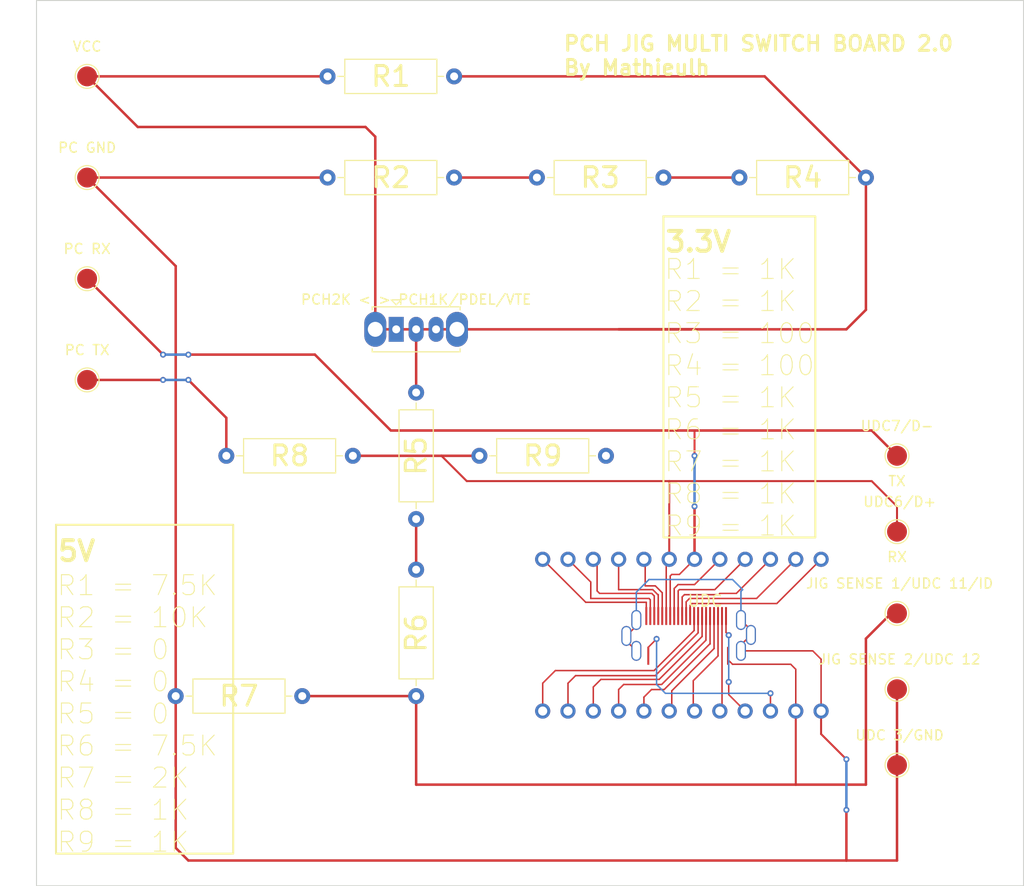
<source format=kicad_pcb>
(kicad_pcb (version 20221018) (generator pcbnew)
  (layers (0 "F.Cu" signal) (31 "B.Cu" signal) (34 "B.Paste" user) (35 "F.Paste" user) (36 "B.SilkS" user "B.Silkscreen") (37 "F.SilkS" user "F.Silkscreen") (38 "B.Mask" user) (39 "F.Mask" user) (44 "Edge.Cuts" user))
  (net 0 "")
  (footprint "TestPoint:TestPoint_Pad_D2.0mm" (layer "F.Cu") (at 36.14 57.84)
    (fp_text reference "PC RX" (at 0 -2.998) (layer "F.SilkS"))
    (fp_text value "TestPoint_Pad_D2.0mm")
    (fp_circle (center 0 0) (end 0 1.2) (stroke (width 0.12)) (fill none) (layer "F.SilkS"))
    (pad "3" smd circle (at 0 0) (size 2 2) (layers "F.Cu" "F.Mask"))
  )
  (footprint "Resistor_THT:R_Axial_DIN0309_L9.0mm_D3.2mm_P12.70mm_Horizontal" (layer "F.Cu") (at 81.28 47.68)
    (fp_text reference "R3" (at 6.35 0) (layer "F.SilkS") (effects (font (size 2 2) (thickness 0.3))))
    (fp_text value "R_Axial_DIN0309_L9.0mm_D3.2mm_P12.70mm_Horizontal")
    (fp_line (start 1.04 0) (end 1.73 0) (stroke (width 0.12)) (layer "F.SilkS"))
    (fp_line (start 1.73 -1.72) (end 1.73 1.72) (stroke (width 0.12)) (layer "F.SilkS"))
    (fp_line (start 1.73 1.72) (end 10.97 1.72) (stroke (width 0.12)) (layer "F.SilkS"))
    (fp_line (start 10.97 -1.72) (end 1.73 -1.72) (stroke (width 0.12)) (layer "F.SilkS"))
    (fp_line (start 10.97 1.72) (end 10.97 -1.72) (stroke (width 0.12)) (layer "F.SilkS"))
    (fp_line (start 11.66 0) (end 10.97 0) (stroke (width 0.12)) (layer "F.SilkS"))
    (pad "1" thru_hole circle (at 0 0) (size 1.6 1.6) (drill 0.8) (layers "*.Cu" "*.Mask"))
    (pad "2" thru_hole oval (at 12.7 0) (size 1.6 1.6) (drill 0.8) (layers "*.Cu" "*.Mask"))
  )
  (footprint "TestPoint:TestPoint_Pad_D2.0mm" (layer "F.Cu") (at 117.42 106.68)
    (fp_text reference "UDC 3/GND" (at 0.26 -2.998) (layer "F.SilkS"))
    (fp_text value "TestPoint_Pad_D2.0mm")
    (fp_circle (center 0 0) (end 0 1.2) (stroke (width 0.12)) (fill none) (layer "F.SilkS"))
    (pad "9" smd circle (at 0 0) (size 2 2) (layers "F.Cu" "F.Mask"))
  )
  (footprint "Resistor_THT:R_Axial_DIN0309_L9.0mm_D3.2mm_P12.70mm_Horizontal" (layer "F.Cu") (at 69.16 81.97 90)
    (fp_text reference "R5" (at 6.35 0 90) (layer "F.SilkS") (effects (font (size 2 2) (thickness 0.3))))
    (fp_text value "R_Axial_DIN0309_L9.0mm_D3.2mm_P12.70mm_Horizontal")
    (fp_line (start 1.04 0) (end 1.73 0) (stroke (width 0.12)) (layer "F.SilkS"))
    (fp_line (start 1.73 -1.72) (end 1.73 1.72) (stroke (width 0.12)) (layer "F.SilkS"))
    (fp_line (start 1.73 1.72) (end 10.97 1.72) (stroke (width 0.12)) (layer "F.SilkS"))
    (fp_line (start 10.97 -1.72) (end 1.73 -1.72) (stroke (width 0.12)) (layer "F.SilkS"))
    (fp_line (start 10.97 1.72) (end 10.97 -1.72) (stroke (width 0.12)) (layer "F.SilkS"))
    (fp_line (start 11.66 0) (end 10.97 0) (stroke (width 0.12)) (layer "F.SilkS"))
    (pad "1" thru_hole circle (at 0 0 90) (size 1.6 1.6) (drill 0.8) (layers "*.Cu" "*.Mask"))
    (pad "2" thru_hole oval (at 12.7 0 90) (size 1.6 1.6) (drill 0.8) (layers "*.Cu" "*.Mask"))
  )
  (footprint "TestPoint:TestPoint_Pad_D2.0mm" (layer "F.Cu") (at 36.14 68)
    (fp_text reference "PC TX" (at 0 -2.998) (layer "F.SilkS"))
    (fp_text value "TestPoint_Pad_D2.0mm")
    (fp_circle (center 0 0) (end 0 1.2) (stroke (width 0.12)) (fill none) (layer "F.SilkS"))
    (pad "4" smd circle (at 0 0) (size 2 2) (layers "F.Cu" "F.Mask"))
  )
  (footprint "Resistor_THT:R_Axial_DIN0309_L9.0mm_D3.2mm_P12.70mm_Horizontal" (layer "F.Cu") (at 45.03 99.75)
    (fp_text reference "R7" (at 6.35 0) (layer "F.SilkS") (effects (font (size 2 2) (thickness 0.3))))
    (fp_text value "R_Axial_DIN0309_L9.0mm_D3.2mm_P12.70mm_Horizontal")
    (fp_line (start 1.04 0) (end 1.73 0) (stroke (width 0.12)) (layer "F.SilkS"))
    (fp_line (start 1.73 -1.72) (end 1.73 1.72) (stroke (width 0.12)) (layer "F.SilkS"))
    (fp_line (start 1.73 1.72) (end 10.97 1.72) (stroke (width 0.12)) (layer "F.SilkS"))
    (fp_line (start 10.97 -1.72) (end 1.73 -1.72) (stroke (width 0.12)) (layer "F.SilkS"))
    (fp_line (start 10.97 1.72) (end 10.97 -1.72) (stroke (width 0.12)) (layer "F.SilkS"))
    (fp_line (start 11.66 0) (end 10.97 0) (stroke (width 0.12)) (layer "F.SilkS"))
    (pad "1" thru_hole circle (at 0 0) (size 1.6 1.6) (drill 0.8) (layers "*.Cu" "*.Mask"))
    (pad "2" thru_hole oval (at 12.7 0) (size 1.6 1.6) (drill 0.8) (layers "*.Cu" "*.Mask"))
  )
  (footprint "Resistor_THT:R_Axial_DIN0309_L9.0mm_D3.2mm_P12.70mm_Horizontal" (layer "F.Cu") (at 75.51 75.62)
    (fp_text reference "R9" (at 6.35 0) (layer "F.SilkS") (effects (font (size 2 2) (thickness 0.3))))
    (fp_text value "R_Axial_DIN0309_L9.0mm_D3.2mm_P12.70mm_Horizontal")
    (fp_line (start 1.04 0) (end 1.73 0) (stroke (width 0.12)) (layer "F.SilkS"))
    (fp_line (start 1.73 -1.72) (end 1.73 1.72) (stroke (width 0.12)) (layer "F.SilkS"))
    (fp_line (start 1.73 1.72) (end 10.97 1.72) (stroke (width 0.12)) (layer "F.SilkS"))
    (fp_line (start 10.97 -1.72) (end 1.73 -1.72) (stroke (width 0.12)) (layer "F.SilkS"))
    (fp_line (start 10.97 1.72) (end 10.97 -1.72) (stroke (width 0.12)) (layer "F.SilkS"))
    (fp_line (start 11.66 0) (end 10.97 0) (stroke (width 0.12)) (layer "F.SilkS"))
    (pad "1" thru_hole circle (at 0 0) (size 1.6 1.6) (drill 0.8) (layers "*.Cu" "*.Mask"))
    (pad "2" thru_hole oval (at 12.7 0) (size 1.6 1.6) (drill 0.8) (layers "*.Cu" "*.Mask"))
  )
  (footprint "easyeda:12PAD" (layer "F.Cu") (at 81.86 86.011)
    (fp_text reference "" (at 13.716 -1.27) (layer "F.SilkS") (effects (font (size 1.143 1.143) (thickness 0.152)) (justify left)))
    (fp_text value "12pad" hide)
    (pad "1" thru_hole circle (at 0 0) (size 1.524 1.524) (drill 0.914) (layers "*.Cu" "*.Paste" "*.Mask"))
    (pad "2" thru_hole circle (at 2.54 0) (size 1.524 1.524) (drill 0.914) (layers "*.Cu" "*.Paste" "*.Mask"))
    (pad "3" thru_hole circle (at 5.08 0) (size 1.524 1.524) (drill 0.914) (layers "*.Cu" "*.Paste" "*.Mask"))
    (pad "4" thru_hole circle (at 7.62 0) (size 1.524 1.524) (drill 0.914) (layers "*.Cu" "*.Paste" "*.Mask"))
    (pad "5" thru_hole circle (at 10.16 0) (size 1.524 1.524) (drill 0.914) (layers "*.Cu" "*.Paste" "*.Mask"))
    (pad "6" thru_hole circle (at 12.7 0) (size 1.524 1.524) (drill 0.914) (layers "*.Cu" "*.Paste" "*.Mask"))
    (pad "7" thru_hole circle (at 15.24 0) (size 1.524 1.524) (drill 0.914) (layers "*.Cu" "*.Paste" "*.Mask"))
    (pad "8" thru_hole circle (at 17.78 0) (size 1.524 1.524) (drill 0.914) (layers "*.Cu" "*.Paste" "*.Mask"))
    (pad "9" thru_hole circle (at 20.32 0) (size 1.524 1.524) (drill 0.914) (layers "*.Cu" "*.Paste" "*.Mask"))
    (pad "10" thru_hole circle (at 22.86 0) (size 1.524 1.524) (drill 0.914) (layers "*.Cu" "*.Paste" "*.Mask"))
    (pad "11" thru_hole circle (at 25.4 0) (size 1.524 1.524) (drill 0.914) (layers "*.Cu" "*.Paste" "*.Mask"))
    (pad "12" thru_hole circle (at 27.94 0) (size 1.524 1.524) (drill 0.914) (layers "*.Cu" "*.Paste" "*.Mask"))
  )
  (footprint "TestPoint:TestPoint_Pad_D2.0mm" (layer "F.Cu") (at 36.14 47.68)
    (fp_text reference "PC GND" (at 0 -2.998) (layer "F.SilkS"))
    (fp_text value "TestPoint_Pad_D2.0mm")
    (fp_circle (center 0 0) (end 0 1.2) (stroke (width 0.12)) (fill none) (layer "F.SilkS"))
    (pad "2" smd circle (at 0 0) (size 2 2) (layers "F.Cu" "F.Mask"))
  )
  (footprint "Button_Switch_THT:SW_Slide_1P2T_CK_OS102011MS2Q" (layer "F.Cu") (at 67.16 62.92)
    (fp_text reference "PCH2K < > PCH1K/PDEL/VTE" (at 2 -2.99) (layer "F.SilkS"))
    (fp_text value "SW_Slide_1P2T_CK_OS102011MS2Q")
    (fp_line (start -2.41 -2.26) (end 6.41 -2.26) (stroke (width 0.12)) (layer "F.SilkS"))
    (fp_line (start -2.41 -1.95) (end -2.41 -2.26) (stroke (width 0.12)) (layer "F.SilkS"))
    (fp_line (start -2.41 2.26) (end -2.41 1.95) (stroke (width 0.12)) (layer "F.SilkS"))
    (fp_line (start -0.5 -2.96) (end 0 -2.46) (stroke (width 0.12)) (layer "F.SilkS"))
    (fp_line (start 0 -2.46) (end 0.5 -2.96) (stroke (width 0.12)) (layer "F.SilkS"))
    (fp_line (start 0.5 -2.96) (end -0.5 -2.96) (stroke (width 0.12)) (layer "F.SilkS"))
    (fp_line (start 6.41 -2.26) (end 6.41 -1.95) (stroke (width 0.12)) (layer "F.SilkS"))
    (fp_line (start 6.41 2.26) (end -2.41 2.26) (stroke (width 0.12)) (layer "F.SilkS"))
    (fp_line (start 6.41 2.26) (end 6.41 1.95) (stroke (width 0.12)) (layer "F.SilkS"))
    (pad "" thru_hole oval (at -2.1 0) (size 2.2 3.5) (drill 1.5) (layers "*.Cu" "*.Mask"))
    (pad "" thru_hole oval (at 6.1 0) (size 2.2 3.5) (drill 1.5) (layers "*.Cu" "*.Mask"))
    (pad "1" thru_hole rect (at 0 0) (size 1.5 2.5) (drill 0.8) (layers "*.Cu" "*.Mask"))
    (pad "2" thru_hole oval (at 2 0) (size 1.5 2.5) (drill 0.8) (layers "*.Cu" "*.Mask"))
    (pad "3" thru_hole oval (at 4 0) (size 1.5 2.5) (drill 0.8) (layers "*.Cu" "*.Mask"))
  )
  (footprint "Resistor_THT:R_Axial_DIN0309_L9.0mm_D3.2mm_P12.70mm_Horizontal" (layer "F.Cu") (at 60.27 37.52)
    (fp_text reference "R1" (at 6.35 0) (layer "F.SilkS") (effects (font (size 2 2) (thickness 0.3))))
    (fp_text value "R_Axial_DIN0309_L9.0mm_D3.2mm_P12.70mm_Horizontal")
    (fp_line (start 1.04 0) (end 1.73 0) (stroke (width 0.12)) (layer "F.SilkS"))
    (fp_line (start 1.73 -1.72) (end 1.73 1.72) (stroke (width 0.12)) (layer "F.SilkS"))
    (fp_line (start 1.73 1.72) (end 10.97 1.72) (stroke (width 0.12)) (layer "F.SilkS"))
    (fp_line (start 10.97 -1.72) (end 1.73 -1.72) (stroke (width 0.12)) (layer "F.SilkS"))
    (fp_line (start 10.97 1.72) (end 10.97 -1.72) (stroke (width 0.12)) (layer "F.SilkS"))
    (fp_line (start 11.66 0) (end 10.97 0) (stroke (width 0.12)) (layer "F.SilkS"))
    (pad "1" thru_hole circle (at 0 0) (size 1.6 1.6) (drill 0.8) (layers "*.Cu" "*.Mask"))
    (pad "2" thru_hole oval (at 12.7 0) (size 1.6 1.6) (drill 0.8) (layers "*.Cu" "*.Mask"))
  )
  (footprint "Resistor_THT:R_Axial_DIN0309_L9.0mm_D3.2mm_P12.70mm_Horizontal" (layer "F.Cu") (at 60.27 47.68)
    (fp_text reference "R2" (at 6.35 0) (layer "F.SilkS") (effects (font (size 2 2) (thickness 0.3))))
    (fp_text value "R_Axial_DIN0309_L9.0mm_D3.2mm_P12.70mm_Horizontal")
    (fp_line (start 1.04 0) (end 1.73 0) (stroke (width 0.12)) (layer "F.SilkS"))
    (fp_line (start 1.73 -1.72) (end 1.73 1.72) (stroke (width 0.12)) (layer "F.SilkS"))
    (fp_line (start 1.73 1.72) (end 10.97 1.72) (stroke (width 0.12)) (layer "F.SilkS"))
    (fp_line (start 10.97 -1.72) (end 1.73 -1.72) (stroke (width 0.12)) (layer "F.SilkS"))
    (fp_line (start 10.97 1.72) (end 10.97 -1.72) (stroke (width 0.12)) (layer "F.SilkS"))
    (fp_line (start 11.66 0) (end 10.97 0) (stroke (width 0.12)) (layer "F.SilkS"))
    (pad "1" thru_hole circle (at 0 0) (size 1.6 1.6) (drill 0.8) (layers "*.Cu" "*.Mask"))
    (pad "2" thru_hole oval (at 12.7 0) (size 1.6 1.6) (drill 0.8) (layers "*.Cu" "*.Mask"))
  )
  (footprint "Resistor_THT:R_Axial_DIN0309_L9.0mm_D3.2mm_P12.70mm_Horizontal" (layer "F.Cu") (at 50.11 75.62)
    (fp_text reference "R8" (at 6.35 0) (layer "F.SilkS") (effects (font (size 2 2) (thickness 0.3))))
    (fp_text value "R_Axial_DIN0309_L9.0mm_D3.2mm_P12.70mm_Horizontal")
    (fp_line (start 1.04 0) (end 1.73 0) (stroke (width 0.12)) (layer "F.SilkS"))
    (fp_line (start 1.73 -1.72) (end 1.73 1.72) (stroke (width 0.12)) (layer "F.SilkS"))
    (fp_line (start 1.73 1.72) (end 10.97 1.72) (stroke (width 0.12)) (layer "F.SilkS"))
    (fp_line (start 10.97 -1.72) (end 1.73 -1.72) (stroke (width 0.12)) (layer "F.SilkS"))
    (fp_line (start 10.97 1.72) (end 10.97 -1.72) (stroke (width 0.12)) (layer "F.SilkS"))
    (fp_line (start 11.66 0) (end 10.97 0) (stroke (width 0.12)) (layer "F.SilkS"))
    (pad "1" thru_hole circle (at 0 0) (size 1.6 1.6) (drill 0.8) (layers "*.Cu" "*.Mask"))
    (pad "2" thru_hole oval (at 12.7 0) (size 1.6 1.6) (drill 0.8) (layers "*.Cu" "*.Mask"))
  )
  (footprint "TestPoint:TestPoint_Pad_D2.0mm" (layer "F.Cu") (at 117.42 75.62)
    (fp_text reference "UDC7/D-" (at 0 -2.998) (layer "F.SilkS"))
    (fp_text value "TestPoint_Pad_D2.0mm")
    (fp_circle (center 0 0) (end 0 1.2) (stroke (width 0.12)) (fill none) (layer "F.SilkS"))
    (pad "5" smd circle (at 0 0) (size 2 2) (layers "F.Cu" "F.Mask"))
  )
  (footprint "TestPoint:TestPoint_Pad_D2.0mm" (layer "F.Cu") (at 117.42 83.24)
    (fp_text reference "UDC6/D+" (at 0.26 -2.998) (layer "F.SilkS"))
    (fp_text value "TestPoint_Pad_D2.0mm")
    (fp_circle (center 0 0) (end 0 1.2) (stroke (width 0.12)) (fill none) (layer "F.SilkS"))
    (pad "6" smd circle (at 0 0) (size 2 2) (layers "F.Cu" "F.Mask"))
  )
  (footprint "easyeda:VITA_CONNECTOR" (layer "F.Cu") (at 91.258 92.107)
    (fp_text reference "UDC" (at 5.064 -1.924) (layer "F.SilkS") (effects (font (size 1.143 1.143) (thickness 0.152)) (justify left)))
    (fp_text value "Vita_Connector" hide)
    (pad "1" smd rect (at 1 -0.4) (size 0.2 1.8) (layers "F.Cu" "F.Paste" "F.Mask"))
    (pad "2" smd rect (at 1.4 -0.4) (size 0.2 1.8) (layers "F.Cu" "F.Paste" "F.Mask"))
    (pad "3" smd rect (at 1.8 -0.4) (size 0.2 1.8) (layers "F.Cu" "F.Paste" "F.Mask"))
    (pad "4" smd rect (at 2.2 -0.4) (size 0.2 1.8) (layers "F.Cu" "F.Paste" "F.Mask"))
    (pad "5" smd rect (at 2.6 -0.4) (size 0.2 1.8) (layers "F.Cu" "F.Paste" "F.Mask"))
    (pad "6" smd rect (at 3 -0.4) (size 0.2 1.8) (layers "F.Cu" "F.Paste" "F.Mask"))
    (pad "7" smd rect (at 3.4 -0.4) (size 0.2 1.8) (layers "F.Cu" "F.Paste" "F.Mask"))
    (pad "8" smd rect (at 3.8 -0.4) (size 0.2 1.8) (layers "F.Cu" "F.Paste" "F.Mask"))
    (pad "9" smd rect (at 4.2 -0.4) (size 0.2 1.8) (layers "F.Cu" "F.Paste" "F.Mask"))
    (pad "10" smd rect (at 4.6 -0.4) (size 0.2 1.8) (layers "F.Cu" "F.Paste" "F.Mask"))
    (pad "11" smd rect (at 5 -0.4) (size 0.2 1.8) (layers "F.Cu" "F.Paste" "F.Mask"))
    (pad "12" smd rect (at 5.4 -0.4) (size 0.2 1.8) (layers "F.Cu" "F.Paste" "F.Mask"))
    (pad "13" smd rect (at 5.8 -0.4) (size 0.2 1.8) (layers "F.Cu" "F.Paste" "F.Mask"))
    (pad "14" smd rect (at 6.2 -0.4) (size 0.2 1.8) (layers "F.Cu" "F.Paste" "F.Mask"))
    (pad "15" smd rect (at 6.6 -0.4) (size 0.2 1.8) (layers "F.Cu" "F.Paste" "F.Mask"))
    (pad "16" smd rect (at 7 -0.4) (size 0.2 1.8) (layers "F.Cu" "F.Paste" "F.Mask"))
    (pad "17" smd rect (at 7.4 -0.4) (size 0.2 1.8) (layers "F.Cu" "F.Paste" "F.Mask"))
    (pad "18" smd rect (at 7.8 -0.4) (size 0.2 1.8) (layers "F.Cu" "F.Paste" "F.Mask"))
    (pad "19" smd rect (at 8.2 -0.4) (size 0.2 1.8) (layers "F.Cu" "F.Paste" "F.Mask"))
    (pad "20" smd rect (at 8.6 -0.4) (size 0.2 1.8) (layers "F.Cu" "F.Paste" "F.Mask"))
    (pad "21" smd rect (at 9 -0.4) (size 0.2 1.8) (layers "F.Cu" "F.Paste" "F.Mask"))
    (pad "22" smd rect (at 1.2 3.6) (size 0.2 1.8) (layers "F.Cu" "F.Paste" "F.Mask"))
    (pad "23" smd rect (at 9.2 3.6) (size 0.2 1.8) (layers "F.Cu" "F.Paste" "F.Mask"))
    (pad "24" thru_hole oval (at 0 0) (size 1 2) (drill oval 0.75 1.75) (layers "*.Cu" "*.Paste" "*.Mask"))
    (pad "25" thru_hole oval (at 0 3.1) (size 1 2) (drill oval 0.75 1.75) (layers "*.Cu" "*.Paste" "*.Mask"))
    (pad "26" thru_hole oval (at -1 1.6) (size 1 2) (drill oval 0.75 1.75) (layers "*.Cu" "*.Paste" "*.Mask"))
    (pad "27" thru_hole oval (at 10.5 3.1) (size 1 2) (drill oval 0.75 1.75) (layers "*.Cu" "*.Paste" "*.Mask"))
    (pad "28" thru_hole oval (at 10.5 0) (size 1 2) (drill oval 0.75 1.75) (layers "*.Cu" "*.Paste" "*.Mask"))
    (pad "29" thru_hole oval (at 11.5 1.5) (size 1 2) (drill oval 0.75 1.75) (layers "*.Cu" "*.Paste" "*.Mask"))
  )
  (footprint "TestPoint:TestPoint_Pad_D2.0mm" (layer "F.Cu") (at 36.14 37.52)
    (fp_text reference "VCC" (at 0 -2.998) (layer "F.SilkS"))
    (fp_text value "TestPoint_Pad_D2.0mm")
    (fp_circle (center 0 0) (end 0 1.2) (stroke (width 0.12)) (fill none) (layer "F.SilkS"))
    (pad "1" smd circle (at 0 0) (size 2 2) (layers "F.Cu" "F.Mask"))
  )
  (footprint "Resistor_THT:R_Axial_DIN0309_L9.0mm_D3.2mm_P12.70mm_Horizontal" (layer "F.Cu") (at 101.6 47.68)
    (fp_text reference "R4" (at 6.35 0) (layer "F.SilkS") (effects (font (size 2 2) (thickness 0.3))))
    (fp_text value "R_Axial_DIN0309_L9.0mm_D3.2mm_P12.70mm_Horizontal")
    (fp_line (start 1.04 0) (end 1.73 0) (stroke (width 0.12)) (layer "F.SilkS"))
    (fp_line (start 1.73 -1.72) (end 1.73 1.72) (stroke (width 0.12)) (layer "F.SilkS"))
    (fp_line (start 1.73 1.72) (end 10.97 1.72) (stroke (width 0.12)) (layer "F.SilkS"))
    (fp_line (start 10.97 -1.72) (end 1.73 -1.72) (stroke (width 0.12)) (layer "F.SilkS"))
    (fp_line (start 10.97 1.72) (end 10.97 -1.72) (stroke (width 0.12)) (layer "F.SilkS"))
    (fp_line (start 11.66 0) (end 10.97 0) (stroke (width 0.12)) (layer "F.SilkS"))
    (pad "1" thru_hole circle (at 0 0) (size 1.6 1.6) (drill 0.8) (layers "*.Cu" "*.Mask"))
    (pad "2" thru_hole oval (at 12.7 0) (size 1.6 1.6) (drill 0.8) (layers "*.Cu" "*.Mask"))
  )
  (footprint "TestPoint:TestPoint_Pad_D2.0mm" (layer "F.Cu") (at 117.42 91.44)
    (fp_text reference "JIG SENSE 1/UDC 11/ID\n" (at 0.26 -2.998) (layer "F.SilkS"))
    (fp_text value "TestPoint_Pad_D2.0mm")
    (fp_circle (center 0 0) (end 0 1.2) (stroke (width 0.12)) (fill none) (layer "F.SilkS"))
    (pad "7" smd circle (at 0 0) (size 2 2) (layers "F.Cu" "F.Mask"))
  )
  (footprint "TestPoint:TestPoint_Pad_D2.0mm" (layer "F.Cu") (at 117.42 99.06)
    (fp_text reference "JIG SENSE 2/UDC 12" (at 0.26 -2.998) (layer "F.SilkS"))
    (fp_text value "TestPoint_Pad_D2.0mm")
    (fp_circle (center 0 0) (end 0 1.2) (stroke (width 0.12)) (fill none) (layer "F.SilkS"))
    (pad "8" smd circle (at 0 0) (size 2 2) (layers "F.Cu" "F.Mask"))
  )
  (footprint "easyeda:12PAD" (layer "F.Cu") (at 81.86 101.251)
    (fp_text reference "U3" hide)
    (fp_text value "12pad" hide)
    (pad "1" thru_hole circle (at 0 0) (size 1.524 1.524) (drill 0.914) (layers "*.Cu" "*.Paste" "*.Mask"))
    (pad "2" thru_hole circle (at 2.54 0) (size 1.524 1.524) (drill 0.914) (layers "*.Cu" "*.Paste" "*.Mask"))
    (pad "3" thru_hole circle (at 5.08 0) (size 1.524 1.524) (drill 0.914) (layers "*.Cu" "*.Paste" "*.Mask"))
    (pad "4" thru_hole circle (at 7.62 0) (size 1.524 1.524) (drill 0.914) (layers "*.Cu" "*.Paste" "*.Mask"))
    (pad "5" thru_hole circle (at 10.16 0) (size 1.524 1.524) (drill 0.914) (layers "*.Cu" "*.Paste" "*.Mask"))
    (pad "6" thru_hole circle (at 12.7 0) (size 1.524 1.524) (drill 0.914) (layers "*.Cu" "*.Paste" "*.Mask"))
    (pad "7" thru_hole circle (at 15.24 0) (size 1.524 1.524) (drill 0.914) (layers "*.Cu" "*.Paste" "*.Mask"))
    (pad "8" thru_hole circle (at 17.78 0) (size 1.524 1.524) (drill 0.914) (layers "*.Cu" "*.Paste" "*.Mask"))
    (pad "9" thru_hole circle (at 20.32 0) (size 1.524 1.524) (drill 0.914) (layers "*.Cu" "*.Paste" "*.Mask"))
    (pad "10" thru_hole circle (at 22.86 0) (size 1.524 1.524) (drill 0.914) (layers "*.Cu" "*.Paste" "*.Mask"))
    (pad "11" thru_hole circle (at 25.4 0) (size 1.524 1.524) (drill 0.914) (layers "*.Cu" "*.Paste" "*.Mask"))
    (pad "12" thru_hole circle (at 27.94 0) (size 1.524 1.524) (drill 0.914) (layers "*.Cu" "*.Paste" "*.Mask"))
  )
  (footprint "Resistor_THT:R_Axial_DIN0309_L9.0mm_D3.2mm_P12.70mm_Horizontal" (layer "F.Cu") (at 69.16 99.75 90)
    (fp_text reference "R6" (at 6.35 0 90) (layer "F.SilkS") (effects (font (size 2 2) (thickness 0.3))))
    (fp_text value "R_Axial_DIN0309_L9.0mm_D3.2mm_P12.70mm_Horizontal")
    (fp_line (start 1.04 0) (end 1.73 0) (stroke (width 0.12)) (layer "F.SilkS"))
    (fp_line (start 1.73 -1.72) (end 1.73 1.72) (stroke (width 0.12)) (layer "F.SilkS"))
    (fp_line (start 1.73 1.72) (end 10.97 1.72) (stroke (width 0.12)) (layer "F.SilkS"))
    (fp_line (start 10.97 -1.72) (end 1.73 -1.72) (stroke (width 0.12)) (layer "F.SilkS"))
    (fp_line (start 10.97 1.72) (end 10.97 -1.72) (stroke (width 0.12)) (layer "F.SilkS"))
    (fp_line (start 11.66 0) (end 10.97 0) (stroke (width 0.12)) (layer "F.SilkS"))
    (pad "1" thru_hole circle (at 0 0 90) (size 1.6 1.6) (drill 0.8) (layers "*.Cu" "*.Mask"))
    (pad "2" thru_hole oval (at 12.7 0 90) (size 1.6 1.6) (drill 0.8) (layers "*.Cu" "*.Mask"))
  )
  (gr_rect (start 33.02 82.55) (end 50.8 115.57) (stroke (width 0.2)) (fill none) (layer "F.SilkS"))
  (gr_rect (start 93.98 51.58) (end 109.22 83.82) (stroke (width 0.2)) (fill none) (layer "F.SilkS"))
  (gr_rect (start 31.06 29.9) (end 130.12 118.8) (stroke (width 0.1)) (fill none) (layer "Edge.Cuts"))
  (gr_text "PCH JIG MULTI SWITCH BOARD 2.0\nBy Mathieulh" (at 83.82 37.52) (layer "F.SilkS") (effects (font (size 1.5 1.5) (thickness 0.3) bold) (justify left bottom)))
  (gr_text "R1 = 7.5K\nR2 = 10K\nR3 = 0\nR4 = 0\nR5 = 0\nR6 = 7.5K\nR7 = 2K\nR8 = 1K\nR9 = 1K" (at 33.02 115.57) (layer "F.SilkS") (effects (font (size 2 2) (thickness 0.1)) (justify left bottom)))
  (gr_text "RX" (at 117.42 85.78) (layer "F.SilkS") (effects (font (size 1 1))))
  (gr_text "TX" (at 117.42 78.16) (layer "F.SilkS") (effects (font (size 1 1))))
  (gr_text "3.3V" (at 93.98 55.3) (layer "F.SilkS") (effects (font (size 2 2) (thickness 0.4) bold) (justify left bottom)))
  (gr_text "R1 = 1K\nR2 = 1K	\nR3 = 100\nR4 = 100\nR5 = 1K\nR6 = 1K\nR7 = 1K\nR8 = 1K\nR9 = 1K" (at 93.98 83.82) (layer "F.SilkS") (effects (font (size 2 2) (thickness 0.1)) (justify left bottom)))
  (gr_text "5V" (at 33.02 86.36) (layer "F.SilkS") (effects (font (size 2 2) (thickness 0.4) bold) (justify left bottom)))
  (segment (start 105.355 90.456) (end 109.8 86.011) (width 0.15) (layer "F.Cu") (net 0))
  (segment (start 93.417 89.567) (end 92.909 89.059) (width 0.15) (layer "F.Cu") (net 0))
  (segment (start 92.804 89.44) (end 87.575 89.44) (width 0.15) (layer "F.Cu") (net 0))
  (segment (start 114.3 47.68) (end 114.3 60.96) (width 0.25) (layer "F.Cu") (net 0))
  (segment (start 94.814 87.535) (end 95.576 87.535) (width 0.15) (layer "F.Cu") (net 0))
  (segment (start 97.1 73.08) (end 113.61 73.08) (width 0.25) (layer "F.Cu") (net 0))
  (segment (start 92.782 99.092) (end 92.02 99.854) (width 0.15) (layer "F.Cu") (net 0))
  (segment (start 117.42 116.26) (end 117.42 99.06) (width 0.25) (layer "F.Cu") (net 0))
  (segment (start 113.61 73.08) (end 114.88 73.08) (width 0.25) (layer "F.Cu") (net 0))
  (segment (start 86.178 90.329) (end 81.86 86.011) (width 0.15) (layer "F.Cu") (net 0))
  (segment (start 97.858 93.762) (end 93.544 98.076) (width 0.15) (layer "F.Cu") (net 0))
  (segment (start 95.449 88.551) (end 97.1 88.551) (width 0.15) (layer "F.Cu") (net 0))
  (segment (start 89.48 99.092) (end 89.48 101.251) (width 0.15) (layer "F.Cu") (net 0))
  (segment (start 93.458 89.567) (end 93.417 89.567) (width 0.15) (layer "F.Cu") (net 0))
  (segment (start 81.28 47.68) (end 72.97 47.68) (width 0.25) (layer "F.Cu") (net 0))
  (segment (start 101.758 95.207) (end 108.963 95.207) (width 0.15) (layer "F.Cu") (net 0))
  (segment (start 87.702 98.076) (end 86.94 98.838) (width 0.15) (layer "F.Cu") (net 0))
  (segment (start 112.34 62.92) (end 89.48 62.92) (width 0.25) (layer "F.Cu") (net 0))
  (segment (start 95.458 91.707) (end 95.458 89.177) (width 0.15) (layer "F.Cu") (net 0))
  (segment (start 97.1 73.08) (end 97.1 75.62) (width 0.2) (layer "F.Cu") (net 0))
  (segment (start 96.258 90.282) (end 96.592 89.948) (width 0.15) (layer "F.Cu") (net 0))
  (segment (start 84.4 98.457) (end 84.4 101.251) (width 0.15) (layer "F.Cu") (net 0))
  (segment (start 92.658 91.707) (end 92.658 90.075) (width 0.15) (layer "F.Cu") (net 0))
  (segment (start 92.458 94.844) (end 93.29 94.012) (width 0.15) (layer "F.Cu") (net 0))
  (segment (start 95.858 89.793) (end 96.084 89.567) (width 0.15) (layer "F.Cu") (net 0))
  (segment (start 92.458 95.707) (end 92.458 94.844) (width 0.15) (layer "F.Cu") (net 0))
  (segment (start 46.3 65.46) (end 59 65.46) (width 0.25) (layer "F.Cu") (net 0))
  (segment (start 93.858 91.707) (end 93.858 89.373) (width 0.15) (layer "F.Cu") (net 0))
  (segment (start 95.858 91.707) (end 95.858 89.793) (width 0.15) (layer "F.Cu") (net 0))
  (segment (start 46.3 68) (end 50.11 71.81) (width 0.25) (layer "F.Cu") (net 0))
  (segment (start 50.11 71.81) (end 50.11 75.62) (width 0.25) (layer "F.Cu") (net 0))
  (segment (start 98.258 91.708) (end 98.243 94.139) (width 0.15) (layer "F.Cu") (net 0))
  (segment (start 96.258 91.707) (end 96.258 90.282) (width 0.15) (layer "F.Cu") (net 0))
  (segment (start 72.97 37.52) (end 104.14 37.52) (width 0.25) (layer "F.Cu") (net 0))
  (segment (start 96.658 90.644) (end 96.846 90.456) (width 0.15) (layer "F.Cu") (net 0))
  (segment (start 100.458 95.707) (end 100.458 96.1) (width 0.15) (layer "F.Cu") (net 0))
  (segment (start 87.575 89.44) (end 87.321 89.186) (width 0.15) (layer "F.Cu") (net 0))
  (segment (start 102.758 93.107) (end 102.758 93.607) (width 0.15) (layer "F.Cu") (net 0))
  (segment (start 100.258 91.707) (end 100.258 93.36) (width 0.15) (layer "F.Cu") (net 0))
  (segment (start 94.052 99.092) (end 92.782 99.092) (width 0.15) (layer "F.Cu") (net 0))
  (segment (start 92.147 88.678) (end 92.147 86.138) (width 0.15) (layer "F.Cu") (net 0))
  (segment (start 96.973 101.124) (end 97.1 101.251) (width 0.15) (layer "F.Cu") (net 0))
  (segment (start 93.163 88.678) (end 92.147 88.678) (width 0.15) (layer "F.Cu") (net 0))
  (segment (start 64.08 42.6) (end 41.22 42.6) (width 0.25) (layer "F.Cu") (net 0))
  (segment (start 94.814 99.219) (end 94.814 100.997) (width 0.15) (layer "F.Cu") (net 0))
  (segment (start 97.058 91.707) (end 97.058 93.165) (width 0.15) (layer "F.Cu") (net 0))
  (segment (start 59 65.46) (end 66.62 73.08) (width 0.25) (layer "F.Cu") (net 0))
  (segment (start 95.576 89.059) (end 99.132 89.059) (width 0.15) (layer "F.Cu") (net 0))
  (segment (start 97.058 93.165) (end 93.036 97.187) (width 0.15) (layer "F.Cu") (net 0))
  (segment (start 101.758 92.107) (end 102.758 93.107) (width 0.15) (layer "F.Cu") (net 0))
  (segment (start 89.988 98.584) (end 89.48 99.092) (width 0.15) (layer "F.Cu") (net 0))
  (segment (start 90.258 94.207) (end 90.258 93.707) (width 0.15) (layer "F.Cu") (net 0))
  (segment (start 69.16 108.64) (end 107.26 108.64) (width 0.25) (layer "F.Cu") (net 0))
  (segment (start 114.3 108.64) (end 114.3 93.98) (width 0.25) (layer "F.Cu") (net 0))
  (segment (start 99.858 101.033) (end 99.64 101.251) (width 0.15) (layer "F.Cu") (net 0))
  (segment (start 69.16 87.05) (end 69.16 81.97) (width 0.25) (layer "F.Cu") (net 0))
  (segment (start 91.258 92.707) (end 91.258 92.107) (width 0.15) (layer "F.Cu") (net 0))
  (segment (start 71.7 75.62) (end 75.51 75.62) (width 0.25) (layer "F.Cu") (net 0))
  (segment (start 99.132 89.059) (end 102.18 86.011) (width 0.15) (layer "F.Cu") (net 0))
  (segment (start 99.513 89.567) (end 99.64 89.44) (width 0.15) (layer "F.Cu") (net 0))
  (segment (start 112.34 116.26) (end 112.34 111.18) (width 0.25) (layer "F.Cu") (net 0))
  (segment (start 104.72 99.473) (end 104.72 101.251) (width 0.15) (layer "F.Cu") (net 0))
  (segment (start 93.798 98.584) (end 89.988 98.584) (width 0.15) (layer "F.Cu") (net 0))
  (segment (start 92.258 90.329) (end 86.178 90.329) (width 0.15) (layer "F.Cu") (net 0))
  (segment (start 114.3 93.98) (end 116.84 91.44) (width 0.25) (layer "F.Cu") (net 0))
  (segment (start 103.323 89.948) (end 107.26 86.011) (width 0.15) (layer "F.Cu") (net 0))
  (segment (start 94.658 91.707) (end 94.658 87.691) (width 0.15) (layer "F.Cu") (net 0))
  (segment (start 69.16 62.92) (end 69.16 69.27) (width 0.25) (layer "F.Cu") (net 0))
  (segment (start 98.658 91.707) (end 98.658 94.52) (width 0.15) (layer "F.Cu") (net 0))
  (segment (start 96.084 89.567) (end 99.513 89.567) (width 0.15) (layer "F.Cu") (net 0))
  (segment (start 45.03 56.57) (end 36.14 47.68) (width 0.25) (layer "F.Cu") (net 0))
  (segment (start 114.88 78.16) (end 117.42 80.7) (width 0.2) (layer "F.Cu") (net 0))
  (segment (start 94.56 78.16) (end 114.88 78.16) (width 0.2) (layer "F.Cu") (net 0))
  (segment (start 93.058 89.694) (end 92.804 89.44) (width 0.15) (layer "F.Cu") (net 0))
  (segment (start 89.48 89.059) (end 89.48 86.011) (width 0.15) (layer "F.Cu") (net 0))
  (segment (start 60.27 47.68) (end 36.14 47.68) (width 0.25) (layer "F.Cu") (net 0))
  (segment (start 93.163 97.695) (end 85.162 97.695) (width 0.15) (layer "F.Cu") (net 0))
  (segment (start 66.62 73.08) (end 97.1 73.08) (width 0.25) (layer "F.Cu") (net 0))
  (segment (start 93.058 91.707) (end 93.058 89.694) (width 0.15) (layer "F.Cu") (net 0))
  (segment (start 99.058 94.975) (end 94.814 99.219) (width 0.15) (layer "F.Cu") (net 0))
  (segment (start 93.036 97.187) (end 83.13 97.187) (width 0.15) (layer "F.Cu") (net 0))
  (segment (start 92.909 89.059) (end 89.48 89.059) (width 0.15) (layer "F.Cu") (net 0))
  (segment (start 91.258 95.207) (end 90.258 94.207) (width 0.15) (layer "F.Cu") (net 0))
  (segment (start 95.576 87.535) (end 97.1 86.011) (width 0.15) (layer "F.Cu") (net 0))
  (segment (start 107.26 97.06) (end 107.26 101.251) (width 0.15) (layer "F.Cu") (net 0))
  (segment (start 36.14 57.84) (end 43.76 65.46) (width 0.25) (layer "F.Cu") (net 0))
  (segment (start 96.658 91.707) (end 96.658 90.644) (width 0.15) (layer "F.Cu") (net 0))
  (segment (start 102.758 93.607) (end 101.758 94.607) (width 0.15) (layer "F.Cu") (net 0))
  (segment (start 99.058 91.707) (end 99.058 94.975) (width 0.15) (layer "F.Cu") (net 0))
  (segment (start 98.624 94.52) (end 94.052 99.092) (width 0.15) (layer "F.Cu") (net 0))
  (segment (start 92.658 90.075) (end 92.531 89.948) (width 0.15) (layer "F.Cu") (net 0))
  (segment (start 86.686 89.948) (end 86.686 88.297) (width 0.15) (layer "F.Cu") (net 0))
  (segment (start 97.458 93.4) (end 93.163 97.695) (width 0.15) (layer "F.Cu") (net 0))
  (segment (start 98.658 94.52) (end 98.624 94.52) (width 0.15) (layer "F.Cu") (net 0))
  (segment (start 98.243 94.139) (end 93.798 98.584) (width 0.15) (layer "F.Cu") (net 0))
  (segment (start 100.458 96.1) (end 100.91 96.552) (width 0.15) (layer "F.Cu") (net 0))
  (segment (start 93.544 98.076) (end 87.702 98.076) (width 0.15) (layer "F.Cu") (net 0))
  (segment (start 92.258 91.707) (end 92.258 90.329) (width 0.15) (layer "F.Cu") (net 0))
  (segment (start 94.258 86.313) (end 94.56 86.011) (width 0.15) (layer "F.Cu") (net 0))
  (segment (start 93.98 47.68) (end 101.6 47.68) (width 0.25) (layer "F.Cu") (net 0))
  (segment (start 69.16 99.75) (end 69.16 108.64) (width 0.25) (layer "F.Cu") (net 0))
  (segment (start 99.858 91.707) (end 99.858 101.033) (width 0.15) (layer "F.Cu") (net 0))
  (segment (start 94.814 100.997) (end 94.56 101.251) (width 0.15) (layer "F.Cu") (net 0))
  (segment (start 97.1 88.551) (end 99.64 86.011) (width 0.15) (layer "F.Cu") (net 0))
  (segment (start 96.592 89.948) (end 103.323 89.948) (width 0.15) (layer "F.Cu") (net 0))
  (segment (start 57.73 99.75) (end 69.16 99.75) (width 0.25) (layer "F.Cu") (net 0))
  (segment (start 99.64 89.44) (end 101.291 89.44) (width 0.15) (layer "F.Cu") (net 0))
  (segment (start 100.529 99.6) (end 102.18 101.251) (width 0.15) (layer "F.Cu") (net 0))
  (segment (start 108.963 95.207) (end 109.8 96.044) (width 0.15) (layer "F.Cu") (net 0))
  (segment (start 45.03 99.75) (end 45.03 56.57) (width 0.25) (layer "F.Cu") (net 0))
  (segment (start 92.147 86.138) (end 92.02 86.011) (width 0.15) (layer "F.Cu") (net 0))
  (segment (start 36.14 37.52) (end 60.27 37.52) (width 0.25) (layer "F.Cu") (net 0))
  (segment (start 106.752 96.552) (end 107.26 97.06) (width 0.15) (layer "F.Cu") (net 0))
  (segment (start 96.846 90.456) (end 105.355 90.456) (width 0.15) (layer "F.Cu") (net 0))
  (segment (start 93.858 89.373) (end 93.163 88.678) (width 0.15) (layer "F.Cu") (net 0))
  (segment (start 117.42 80.7) (end 117.42 83.24) (width 0.2) (layer "F.Cu") (net 0))
  (segment (start 100.91 96.552) (end 106.752 96.552) (width 0.15) (layer "F.Cu") (net 0))
  (segment (start 95.458 89.177) (end 95.576 89.059) (width 0.15) (layer "F.Cu") (net 0))
  (segment (start 92.02 99.854) (end 92.02 101.251) (width 0.15) (layer "F.Cu") (net 0))
  (segment (start 109.8 103.56) (end 112.34 106.1) (width 0.2) (layer "F.Cu") (net 0))
  (segment (start 99.458 95.718) (end 96.973 98.203) (width 0.15) (layer "F.Cu") (net 0))
  (segment (start 107.26 108.64) (end 107.26 101.251) (width 0.2) (layer "F.Cu") (net 0))
  (segment (start 46.3 116.26) (end 112.34 116.26) (width 0.25) (layer "F.Cu") (net 0))
  (segment (start 43.76 68) (end 36.14 68) (width 0.25) (layer "F.Cu") (net 0))
  (segment (start 94.56 78.16) (end 94.56 86.011) (width 0.2) (layer "F.Cu") (net 0))
  (segment (start 94.658 87.691) (end 94.814 87.535) (width 0.15) (layer "F.Cu") (net 0))
  (segment (start 86.94 98.838) (end 86.94 101.251) (width 0.15) (layer "F.Cu") (net 0))
  (segment (start 95.058 88.942) (end 95.449 88.551) (width 0.15) (layer "F.Cu") (net 0))
  (segment (start 114.3 60.96) (end 112.34 62.92) (width 0.25) (layer "F.Cu") (net 0))
  (segment (start 71.7 75.62) (end 74.24 78.16) (width 0.2) (layer "F.Cu") (net 0))
  (segment (start 65.06 43.58) (end 64.08 42.6) (width 0.25) (layer "F.Cu") (net 0))
  (segment (start 100.258 93.36) (end 100.529 93.631) (width 0.15) (layer "F.Cu") (net 0))
  (segment (start 99.458 91.707) (end 99.458 95.718) (width 0.15) (layer "F.Cu") (net 0))
  (segment (start 83.13 97.187) (end 81.86 98.457) (width 0.15) (layer "F.Cu") (net 0))
  (segment (start 90.258 93.707) (end 91.258 92.707) (width 0.15) (layer "F.Cu") (net 0))
  (segment (start 100.529 98.33) (end 100.529 99.6) (width 0.15) (layer "F.Cu") (net 0))
  (segment (start 101.291 89.44) (end 104.72 86.011) (width 0.15) (layer "F.Cu") (net 0))
  (segment (start 87.321 89.186) (end 87.321 86.392) (width 0.15) (layer "F.Cu") (net 0))
  (segment (start 41.22 42.6) (end 36.14 37.52) (width 0.25) (layer "F.Cu") (net 0))
  (segment (start 74.24 78.16) (end 94.56 78.16) (width 0.2) (layer "F.Cu") (net 0))
  (segment (start 109.8 96.044) (end 109.8 101.251) (width 0.15) (layer "F.Cu") (net 0))
  (segment (start 109.8 101.251) (end 109.8 103.56) (width 0.2) (layer "F.Cu") (net 0))
  (segment (start 97.1 80.7) (end 97.1 86.011) (width 0.25) (layer "F.Cu") (net 0))
  (segment (start 104.14 37.52) (end 114.3 47.68) (width 0.25) (layer "F.Cu") (net 0))
  (segment (start 81.86 98.457) (end 81.86 101.251) (width 0.15) (layer "F.Cu") (net 0))
  (segment (start 93.458 91.707) (end 93.458 89.567) (width 0.15) (layer "F.Cu") (net 0))
  (segment (start 101.758 94.607) (end 101.758 95.207) (width 0.15) (layer "F.Cu") (net 0))
  (segment (start 114.88 73.08) (end 117.42 75.62) (width 0.25) (layer "F.Cu") (net 0))
  (segment (start 112.34 116.26) (end 117.42 116.26) (width 0.25) (layer "F.Cu") (net 0))
  (segment (start 87.321 86.392) (end 86.94 86.011) (width 0.15) (layer "F.Cu") (net 0))
  (segment (start 97.458 91.707) (end 97.458 93.4) (width 0.15) (layer "F.Cu") (net 0))
  (segment (start 94.258 91.707) (end 94.258 86.313) (width 0.15) (layer "F.Cu") (net 0))
  (segment (start 96.973 98.203) (end 96.973 101.124) (width 0.15) (layer "F.Cu") (net 0))
  (segment (start 107.26 108.64) (end 114.3 108.64) (width 0.25) (layer "F.Cu") (net 0))
  (segment (start 92.531 89.948) (end 86.686 89.948) (width 0.15) (layer "F.Cu") (net 0))
  (segment (start 45.03 99.75) (end 45.03 114.99) (width 0.25) (layer "F.Cu") (net 0))
  (segment (start 65.06 62.92) (end 65.06 43.58) (width 0.25) (layer "F.Cu") (net 0))
  (segment (start 64.52 62.92) (end 97.1 62.92) (width 0.25) (layer "F.Cu") (net 0))
  (segment (start 62.81 75.62) (end 71.7 75.62) (width 0.25) (layer "F.Cu") (net 0))
  (segment (start 85.162 97.695) (end 84.4 98.457) (width 0.15) (layer "F.Cu") (net 0))
  (segment (start 86.686 88.297) (end 84.4 86.011) (width 0.15) (layer "F.Cu") (net 0))
  (segment (start 97.858 91.707) (end 97.858 93.762) (width 0.15) (layer "F.Cu") (net 0))
  (segment (start 95.058 91.707) (end 95.058 88.942) (width 0.15) (layer "F.Cu") (net 0))
  (segment (start 45.03 114.99) (end 46.3 116.26) (width 0.25) (layer "F.Cu") (net 0))
  (via (at 43.76 68) (size 0.6) (drill 0.3) (layers "F.Cu" "B.Cu") (net 0))
  (via (at 46.3 68) (size 0.6) (drill 0.3) (layers "F.Cu" "B.Cu") (net 0))
  (via (at 100.529 93.631) (size 0.61) (drill 0.305) (layers "F.Cu" "B.Cu") (net 0))
  (via (at 46.3 65.46) (size 0.6) (drill 0.3) (layers "F.Cu" "B.Cu") (net 0))
  (via (at 100.529 98.33) (size 0.61) (drill 0.305) (layers "F.Cu" "B.Cu") (net 0))
  (via (at 97.1 80.7) (size 0.6) (drill 0.3) (layers "F.Cu" "B.Cu") (net 0))
  (via (at 104.72 99.473) (size 0.61) (drill 0.305) (layers "F.Cu" "B.Cu") (net 0))
  (via (at 97.1 75.62) (size 0.6) (drill 0.3) (layers "F.Cu" "B.Cu") (net 0))
  (via (at 93.29 94.012) (size 0.61) (drill 0.305) (layers "F.Cu" "B.Cu") (net 0))
  (via (at 112.34 106.1) (size 0.6) (drill 0.3) (layers "F.Cu" "B.Cu") (net 0))
  (via (at 112.34 111.18) (size 0.6) (drill 0.3) (layers "F.Cu" "B.Cu") (net 0))
  (via (at 43.76 65.46) (size 0.6) (drill 0.3) (layers "F.Cu" "B.Cu") (net 0))
  (segment (start 100.529 98.33) (end 100.529 93.631) (width 0.15) (layer "B.Cu") (net 0))
  (segment (start 43.76 65.46) (end 46.3 65.46) (width 0.25) (layer "B.Cu") (net 0))
  (segment (start 46.3 68) (end 43.76 68) (width 0.25) (layer "B.Cu") (net 0))
  (segment (start 91.258 92.107) (end 91.258 89.313) (width 0.15) (layer "B.Cu") (net 0))
  (segment (start 112.34 106.1) (end 112.34 111.18) (width 0.25) (layer "B.Cu") (net 0))
  (segment (start 94.179 99.473) (end 104.72 99.473) (width 0.15) (layer "B.Cu") (net 0))
  (segment (start 101.926 89.059) (end 101.758 89.227) (width 0.15) (layer "B.Cu") (net 0))
  (segment (start 97.1 75.62) (end 97.1 80.7) (width 0.25) (layer "B.Cu") (net 0))
  (segment (start 100.91 88.043) (end 101.926 89.059) (width 0.15) (layer "B.Cu") (net 0))
  (segment (start 93.29 94.012) (end 93.29 98.584) (width 0.15) (layer "B.Cu") (net 0))
  (segment (start 92.528 88.043) (end 100.91 88.043) (width 0.15) (layer "B.Cu") (net 0))
  (segment (start 91.258 89.313) (end 92.528 88.043) (width 0.15) (layer "B.Cu") (net 0))
  (segment (start 101.758 89.227) (end 101.758 92.107) (width 0.15) (layer "B.Cu") (net 0))
  (segment (start 93.29 98.584) (end 94.179 99.473) (width 0.15) (layer "B.Cu") (net 0))
)
</source>
